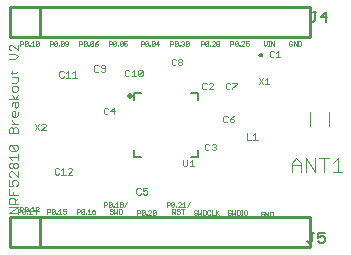
<source format=gbr>
G04 EAGLE Gerber RS-274X export*
G75*
%MOMM*%
%FSLAX34Y34*%
%LPD*%
%INSilkscreen Top*%
%IPPOS*%
%AMOC8*
5,1,8,0,0,1.08239X$1,22.5*%
G01*
%ADD10C,0.025400*%
%ADD11C,0.076200*%
%ADD12C,0.200000*%
%ADD13C,0.050800*%
%ADD14C,0.508000*%
%ADD15C,0.127000*%
%ADD16C,0.100000*%
%ADD17C,0.101600*%
%ADD18C,0.254000*%
%ADD19C,0.177800*%


D10*
X40707Y178095D02*
X40707Y181908D01*
X42614Y181908D01*
X43249Y181273D01*
X43249Y180002D01*
X42614Y179366D01*
X40707Y179366D01*
X44449Y178731D02*
X44449Y181273D01*
X45085Y181908D01*
X46356Y181908D01*
X46992Y181273D01*
X46992Y178731D01*
X46356Y178095D01*
X45085Y178095D01*
X44449Y178731D01*
X46992Y181273D01*
X48191Y178731D02*
X48191Y178095D01*
X48191Y178731D02*
X48827Y178731D01*
X48827Y178095D01*
X48191Y178095D01*
X50062Y178731D02*
X50062Y181273D01*
X50698Y181908D01*
X51969Y181908D01*
X52605Y181273D01*
X52605Y178731D01*
X51969Y178095D01*
X50698Y178095D01*
X50062Y178731D01*
X52605Y181273D01*
X53805Y178731D02*
X54440Y178095D01*
X55711Y178095D01*
X56347Y178731D01*
X56347Y181273D01*
X55711Y181908D01*
X54440Y181908D01*
X53805Y181273D01*
X53805Y180637D01*
X54440Y180002D01*
X56347Y180002D01*
X65707Y178095D02*
X65707Y181908D01*
X67614Y181908D01*
X68249Y181273D01*
X68249Y180002D01*
X67614Y179366D01*
X65707Y179366D01*
X69449Y178731D02*
X69449Y181273D01*
X70085Y181908D01*
X71356Y181908D01*
X71992Y181273D01*
X71992Y178731D01*
X71356Y178095D01*
X70085Y178095D01*
X69449Y178731D01*
X71992Y181273D01*
X73191Y178731D02*
X73191Y178095D01*
X73191Y178731D02*
X73827Y178731D01*
X73827Y178095D01*
X73191Y178095D01*
X75062Y178731D02*
X75062Y181273D01*
X75698Y181908D01*
X76969Y181908D01*
X77605Y181273D01*
X77605Y178731D01*
X76969Y178095D01*
X75698Y178095D01*
X75062Y178731D01*
X77605Y181273D01*
X80076Y181273D02*
X81347Y181908D01*
X80076Y181273D02*
X78805Y180002D01*
X78805Y178731D01*
X79440Y178095D01*
X80711Y178095D01*
X81347Y178731D01*
X81347Y179366D01*
X80711Y180002D01*
X78805Y180002D01*
X90707Y178095D02*
X90707Y181908D01*
X92614Y181908D01*
X93249Y181273D01*
X93249Y180002D01*
X92614Y179366D01*
X90707Y179366D01*
X94449Y178731D02*
X94449Y181273D01*
X95085Y181908D01*
X96356Y181908D01*
X96992Y181273D01*
X96992Y178731D01*
X96356Y178095D01*
X95085Y178095D01*
X94449Y178731D01*
X96992Y181273D01*
X98191Y178731D02*
X98191Y178095D01*
X98191Y178731D02*
X98827Y178731D01*
X98827Y178095D01*
X98191Y178095D01*
X100062Y178731D02*
X100062Y181273D01*
X100698Y181908D01*
X101969Y181908D01*
X102605Y181273D01*
X102605Y178731D01*
X101969Y178095D01*
X100698Y178095D01*
X100062Y178731D01*
X102605Y181273D01*
X103805Y181908D02*
X106347Y181908D01*
X103805Y181908D02*
X103805Y180002D01*
X105076Y180637D01*
X105711Y180637D01*
X106347Y180002D01*
X106347Y178731D01*
X105711Y178095D01*
X104440Y178095D01*
X103805Y178731D01*
X117707Y178095D02*
X117707Y181908D01*
X119614Y181908D01*
X120249Y181273D01*
X120249Y180002D01*
X119614Y179366D01*
X117707Y179366D01*
X121449Y178731D02*
X121449Y181273D01*
X122085Y181908D01*
X123356Y181908D01*
X123992Y181273D01*
X123992Y178731D01*
X123356Y178095D01*
X122085Y178095D01*
X121449Y178731D01*
X123992Y181273D01*
X125191Y178731D02*
X125191Y178095D01*
X125191Y178731D02*
X125827Y178731D01*
X125827Y178095D01*
X125191Y178095D01*
X127062Y178731D02*
X127062Y181273D01*
X127698Y181908D01*
X128969Y181908D01*
X129605Y181273D01*
X129605Y178731D01*
X128969Y178095D01*
X127698Y178095D01*
X127062Y178731D01*
X129605Y181273D01*
X132711Y181908D02*
X132711Y178095D01*
X130805Y180002D02*
X132711Y181908D01*
X133347Y180002D02*
X130805Y180002D01*
X142707Y178095D02*
X142707Y181908D01*
X144614Y181908D01*
X145249Y181273D01*
X145249Y180002D01*
X144614Y179366D01*
X142707Y179366D01*
X146449Y178731D02*
X146449Y181273D01*
X147085Y181908D01*
X148356Y181908D01*
X148992Y181273D01*
X148992Y178731D01*
X148356Y178095D01*
X147085Y178095D01*
X146449Y178731D01*
X148992Y181273D01*
X150191Y178731D02*
X150191Y178095D01*
X150191Y178731D02*
X150827Y178731D01*
X150827Y178095D01*
X150191Y178095D01*
X152062Y181273D02*
X152698Y181908D01*
X153969Y181908D01*
X154605Y181273D01*
X154605Y180637D01*
X153969Y180002D01*
X153334Y180002D01*
X153969Y180002D02*
X154605Y179366D01*
X154605Y178731D01*
X153969Y178095D01*
X152698Y178095D01*
X152062Y178731D01*
X155805Y178731D02*
X155805Y181273D01*
X156440Y181908D01*
X157711Y181908D01*
X158347Y181273D01*
X158347Y178731D01*
X157711Y178095D01*
X156440Y178095D01*
X155805Y178731D01*
X158347Y181273D01*
X168707Y181908D02*
X168707Y178095D01*
X168707Y181908D02*
X170614Y181908D01*
X171249Y181273D01*
X171249Y180002D01*
X170614Y179366D01*
X168707Y179366D01*
X172449Y178731D02*
X172449Y181273D01*
X173085Y181908D01*
X174356Y181908D01*
X174992Y181273D01*
X174992Y178731D01*
X174356Y178095D01*
X173085Y178095D01*
X172449Y178731D01*
X174992Y181273D01*
X176191Y178731D02*
X176191Y178095D01*
X176191Y178731D02*
X176827Y178731D01*
X176827Y178095D01*
X176191Y178095D01*
X178062Y178095D02*
X180605Y178095D01*
X180605Y180637D02*
X178062Y178095D01*
X180605Y180637D02*
X180605Y181273D01*
X179969Y181908D01*
X178698Y181908D01*
X178062Y181273D01*
X181805Y181273D02*
X182440Y181908D01*
X183711Y181908D01*
X184347Y181273D01*
X184347Y180637D01*
X183711Y180002D01*
X184347Y179366D01*
X184347Y178731D01*
X183711Y178095D01*
X182440Y178095D01*
X181805Y178731D01*
X181805Y179366D01*
X182440Y180002D01*
X181805Y180637D01*
X181805Y181273D01*
X182440Y180002D02*
X183711Y180002D01*
X193707Y178095D02*
X193707Y181908D01*
X195614Y181908D01*
X196249Y181273D01*
X196249Y180002D01*
X195614Y179366D01*
X193707Y179366D01*
X197449Y178731D02*
X197449Y181273D01*
X198085Y181908D01*
X199356Y181908D01*
X199992Y181273D01*
X199992Y178731D01*
X199356Y178095D01*
X198085Y178095D01*
X197449Y178731D01*
X199992Y181273D01*
X201191Y178731D02*
X201191Y178095D01*
X201191Y178731D02*
X201827Y178731D01*
X201827Y178095D01*
X201191Y178095D01*
X203062Y178095D02*
X205605Y178095D01*
X205605Y180637D02*
X203062Y178095D01*
X205605Y180637D02*
X205605Y181273D01*
X204969Y181908D01*
X203698Y181908D01*
X203062Y181273D01*
X206805Y181908D02*
X209347Y181908D01*
X206805Y181908D02*
X206805Y180002D01*
X208076Y180637D01*
X208711Y180637D01*
X209347Y180002D01*
X209347Y178731D01*
X208711Y178095D01*
X207440Y178095D01*
X206805Y178731D01*
X222138Y179366D02*
X222138Y181908D01*
X222138Y179366D02*
X223409Y178095D01*
X224680Y179366D01*
X224680Y181908D01*
X225880Y178095D02*
X227151Y178095D01*
X226515Y178095D02*
X226515Y181908D01*
X225880Y181908D02*
X227151Y181908D01*
X228374Y181908D02*
X228374Y178095D01*
X230917Y178095D02*
X228374Y181908D01*
X230917Y181908D02*
X230917Y178095D01*
X245421Y181908D02*
X246056Y181273D01*
X245421Y181908D02*
X244149Y181908D01*
X243514Y181273D01*
X243514Y178731D01*
X244149Y178095D01*
X245421Y178095D01*
X246056Y178731D01*
X246056Y180002D01*
X244785Y180002D01*
X247256Y181908D02*
X247256Y178095D01*
X249798Y178095D02*
X247256Y181908D01*
X249798Y181908D02*
X249798Y178095D01*
X250998Y178095D02*
X250998Y181908D01*
X250998Y178095D02*
X252905Y178095D01*
X253540Y178731D01*
X253540Y181273D01*
X252905Y181908D01*
X250998Y181908D01*
X221421Y37908D02*
X222056Y37273D01*
X221421Y37908D02*
X220149Y37908D01*
X219514Y37273D01*
X219514Y34731D01*
X220149Y34095D01*
X221421Y34095D01*
X222056Y34731D01*
X222056Y36002D01*
X220785Y36002D01*
X223256Y37908D02*
X223256Y34095D01*
X225798Y34095D02*
X223256Y37908D01*
X225798Y37908D02*
X225798Y34095D01*
X226998Y34095D02*
X226998Y37908D01*
X226998Y34095D02*
X228905Y34095D01*
X229540Y34731D01*
X229540Y37273D01*
X228905Y37908D01*
X226998Y37908D01*
X193938Y38273D02*
X193302Y38908D01*
X192031Y38908D01*
X191395Y38273D01*
X191395Y37637D01*
X192031Y37002D01*
X193302Y37002D01*
X193938Y36366D01*
X193938Y35731D01*
X193302Y35095D01*
X192031Y35095D01*
X191395Y35731D01*
X195138Y35095D02*
X195138Y38908D01*
X196409Y36366D02*
X195138Y35095D01*
X196409Y36366D02*
X197680Y35095D01*
X197680Y38908D01*
X198880Y38908D02*
X198880Y35095D01*
X200786Y35095D01*
X201422Y35731D01*
X201422Y38273D01*
X200786Y38908D01*
X198880Y38908D01*
X202622Y35095D02*
X203893Y35095D01*
X203257Y35095D02*
X203257Y38908D01*
X202622Y38908D02*
X203893Y38908D01*
X205752Y38908D02*
X207023Y38908D01*
X205752Y38908D02*
X205116Y38273D01*
X205116Y35731D01*
X205752Y35095D01*
X207023Y35095D01*
X207659Y35731D01*
X207659Y38273D01*
X207023Y38908D01*
X165443Y38273D02*
X164807Y38908D01*
X163536Y38908D01*
X162901Y38273D01*
X162901Y37637D01*
X163536Y37002D01*
X164807Y37002D01*
X165443Y36366D01*
X165443Y35731D01*
X164807Y35095D01*
X163536Y35095D01*
X162901Y35731D01*
X166643Y35095D02*
X166643Y38908D01*
X167914Y36366D02*
X166643Y35095D01*
X167914Y36366D02*
X169185Y35095D01*
X169185Y38908D01*
X170385Y38908D02*
X170385Y35095D01*
X172292Y35095D01*
X172927Y35731D01*
X172927Y38273D01*
X172292Y38908D01*
X170385Y38908D01*
X176034Y38908D02*
X176669Y38273D01*
X176034Y38908D02*
X174762Y38908D01*
X174127Y38273D01*
X174127Y35731D01*
X174762Y35095D01*
X176034Y35095D01*
X176669Y35731D01*
X177869Y35095D02*
X177869Y38908D01*
X177869Y35095D02*
X180411Y35095D01*
X181611Y35095D02*
X181611Y38908D01*
X181611Y36366D02*
X184153Y38908D01*
X182247Y37002D02*
X184153Y35095D01*
X139836Y42143D02*
X139836Y45956D01*
X141743Y45956D01*
X142378Y45321D01*
X142378Y44050D01*
X141743Y43414D01*
X139836Y43414D01*
X143578Y42779D02*
X143578Y45321D01*
X144214Y45956D01*
X145485Y45956D01*
X146121Y45321D01*
X146121Y42779D01*
X145485Y42143D01*
X144214Y42143D01*
X143578Y42779D01*
X146121Y45321D01*
X147320Y42779D02*
X147320Y42143D01*
X147320Y42779D02*
X147956Y42779D01*
X147956Y42143D01*
X147320Y42143D01*
X149191Y42143D02*
X151734Y42143D01*
X151734Y44685D02*
X149191Y42143D01*
X151734Y44685D02*
X151734Y45321D01*
X151098Y45956D01*
X149827Y45956D01*
X149191Y45321D01*
X152934Y44685D02*
X154205Y45956D01*
X154205Y42143D01*
X152934Y42143D02*
X155476Y42143D01*
X156676Y42143D02*
X159218Y45956D01*
X144514Y39860D02*
X144514Y36047D01*
X144514Y39860D02*
X146421Y39860D01*
X147056Y39225D01*
X147056Y37954D01*
X146421Y37318D01*
X144514Y37318D01*
X145785Y37318D02*
X147056Y36047D01*
X150798Y39225D02*
X150163Y39860D01*
X148891Y39860D01*
X148256Y39225D01*
X148256Y38589D01*
X148891Y37954D01*
X150163Y37954D01*
X150798Y37318D01*
X150798Y36683D01*
X150163Y36047D01*
X148891Y36047D01*
X148256Y36683D01*
X153269Y36047D02*
X153269Y39860D01*
X151998Y39860D02*
X154540Y39860D01*
X86836Y42143D02*
X86836Y45956D01*
X88743Y45956D01*
X89378Y45321D01*
X89378Y44050D01*
X88743Y43414D01*
X86836Y43414D01*
X90578Y42779D02*
X90578Y45321D01*
X91214Y45956D01*
X92485Y45956D01*
X93121Y45321D01*
X93121Y42779D01*
X92485Y42143D01*
X91214Y42143D01*
X90578Y42779D01*
X93121Y45321D01*
X94320Y42779D02*
X94320Y42143D01*
X94320Y42779D02*
X94956Y42779D01*
X94956Y42143D01*
X94320Y42143D01*
X96191Y44685D02*
X97463Y45956D01*
X97463Y42143D01*
X98734Y42143D02*
X96191Y42143D01*
X99934Y45321D02*
X100569Y45956D01*
X101840Y45956D01*
X102476Y45321D01*
X102476Y44685D01*
X101840Y44050D01*
X102476Y43414D01*
X102476Y42779D01*
X101840Y42143D01*
X100569Y42143D01*
X99934Y42779D01*
X99934Y43414D01*
X100569Y44050D01*
X99934Y44685D01*
X99934Y45321D01*
X100569Y44050D02*
X101840Y44050D01*
X103676Y42143D02*
X106218Y45956D01*
X94056Y39225D02*
X93421Y39860D01*
X92149Y39860D01*
X91514Y39225D01*
X91514Y38589D01*
X92149Y37954D01*
X93421Y37954D01*
X94056Y37318D01*
X94056Y36683D01*
X93421Y36047D01*
X92149Y36047D01*
X91514Y36683D01*
X95256Y36047D02*
X95256Y39860D01*
X96527Y37318D02*
X95256Y36047D01*
X96527Y37318D02*
X97798Y36047D01*
X97798Y39860D01*
X99634Y39860D02*
X100905Y39860D01*
X99634Y39860D02*
X98998Y39225D01*
X98998Y36683D01*
X99634Y36047D01*
X100905Y36047D01*
X101540Y36683D01*
X101540Y39225D01*
X100905Y39860D01*
X114707Y38908D02*
X114707Y35095D01*
X114707Y38908D02*
X116614Y38908D01*
X117249Y38273D01*
X117249Y37002D01*
X116614Y36366D01*
X114707Y36366D01*
X118449Y35731D02*
X118449Y38273D01*
X119085Y38908D01*
X120356Y38908D01*
X120992Y38273D01*
X120992Y35731D01*
X120356Y35095D01*
X119085Y35095D01*
X118449Y35731D01*
X120992Y38273D01*
X122191Y35731D02*
X122191Y35095D01*
X122191Y35731D02*
X122827Y35731D01*
X122827Y35095D01*
X122191Y35095D01*
X124062Y35095D02*
X126605Y35095D01*
X126605Y37637D02*
X124062Y35095D01*
X126605Y37637D02*
X126605Y38273D01*
X125969Y38908D01*
X124698Y38908D01*
X124062Y38273D01*
X127805Y38273D02*
X127805Y35731D01*
X127805Y38273D02*
X128440Y38908D01*
X129711Y38908D01*
X130347Y38273D01*
X130347Y35731D01*
X129711Y35095D01*
X128440Y35095D01*
X127805Y35731D01*
X130347Y38273D01*
X63707Y39908D02*
X63707Y36095D01*
X63707Y39908D02*
X65614Y39908D01*
X66249Y39273D01*
X66249Y38002D01*
X65614Y37366D01*
X63707Y37366D01*
X67449Y36731D02*
X67449Y39273D01*
X68085Y39908D01*
X69356Y39908D01*
X69992Y39273D01*
X69992Y36731D01*
X69356Y36095D01*
X68085Y36095D01*
X67449Y36731D01*
X69992Y39273D01*
X71191Y36731D02*
X71191Y36095D01*
X71191Y36731D02*
X71827Y36731D01*
X71827Y36095D01*
X71191Y36095D01*
X73062Y38637D02*
X74334Y39908D01*
X74334Y36095D01*
X75605Y36095D02*
X73062Y36095D01*
X78076Y39273D02*
X79347Y39908D01*
X78076Y39273D02*
X76805Y38002D01*
X76805Y36731D01*
X77440Y36095D01*
X78711Y36095D01*
X79347Y36731D01*
X79347Y37366D01*
X78711Y38002D01*
X76805Y38002D01*
X38707Y36095D02*
X38707Y39908D01*
X40614Y39908D01*
X41249Y39273D01*
X41249Y38002D01*
X40614Y37366D01*
X38707Y37366D01*
X42449Y36731D02*
X42449Y39273D01*
X43085Y39908D01*
X44356Y39908D01*
X44992Y39273D01*
X44992Y36731D01*
X44356Y36095D01*
X43085Y36095D01*
X42449Y36731D01*
X44992Y39273D01*
X46191Y36731D02*
X46191Y36095D01*
X46191Y36731D02*
X46827Y36731D01*
X46827Y36095D01*
X46191Y36095D01*
X48062Y38637D02*
X49334Y39908D01*
X49334Y36095D01*
X50605Y36095D02*
X48062Y36095D01*
X51805Y39908D02*
X54347Y39908D01*
X51805Y39908D02*
X51805Y38002D01*
X53076Y38637D01*
X53711Y38637D01*
X54347Y38002D01*
X54347Y36731D01*
X53711Y36095D01*
X52440Y36095D01*
X51805Y36731D01*
X13707Y36095D02*
X13707Y39908D01*
X15614Y39908D01*
X16249Y39273D01*
X16249Y38002D01*
X15614Y37366D01*
X13707Y37366D01*
X17449Y36731D02*
X17449Y39273D01*
X18085Y39908D01*
X19356Y39908D01*
X19992Y39273D01*
X19992Y36731D01*
X19356Y36095D01*
X18085Y36095D01*
X17449Y36731D01*
X19992Y39273D01*
X21191Y36731D02*
X21191Y36095D01*
X21191Y36731D02*
X21827Y36731D01*
X21827Y36095D01*
X21191Y36095D01*
X23062Y38637D02*
X24334Y39908D01*
X24334Y36095D01*
X25605Y36095D02*
X23062Y36095D01*
X28711Y36095D02*
X28711Y39908D01*
X26805Y38002D01*
X29347Y38002D01*
X15707Y38095D02*
X15707Y41908D01*
X17614Y41908D01*
X18249Y41273D01*
X18249Y40002D01*
X17614Y39366D01*
X15707Y39366D01*
X19449Y38731D02*
X19449Y41273D01*
X20085Y41908D01*
X21356Y41908D01*
X21992Y41273D01*
X21992Y38731D01*
X21356Y38095D01*
X20085Y38095D01*
X19449Y38731D01*
X21992Y41273D01*
X23191Y38731D02*
X23191Y38095D01*
X23191Y38731D02*
X23827Y38731D01*
X23827Y38095D01*
X23191Y38095D01*
X25062Y40637D02*
X26334Y41908D01*
X26334Y38095D01*
X27605Y38095D02*
X25062Y38095D01*
X28805Y38095D02*
X31347Y38095D01*
X28805Y38095D02*
X31347Y40637D01*
X31347Y41273D01*
X30711Y41908D01*
X29440Y41908D01*
X28805Y41273D01*
X15707Y178095D02*
X15707Y181908D01*
X17614Y181908D01*
X18249Y181273D01*
X18249Y180002D01*
X17614Y179366D01*
X15707Y179366D01*
X19449Y178731D02*
X19449Y181273D01*
X20085Y181908D01*
X21356Y181908D01*
X21992Y181273D01*
X21992Y178731D01*
X21356Y178095D01*
X20085Y178095D01*
X19449Y178731D01*
X21992Y181273D01*
X23191Y178731D02*
X23191Y178095D01*
X23191Y178731D02*
X23827Y178731D01*
X23827Y178095D01*
X23191Y178095D01*
X25062Y180637D02*
X26334Y181908D01*
X26334Y178095D01*
X27605Y178095D02*
X25062Y178095D01*
X28805Y178731D02*
X28805Y181273D01*
X29440Y181908D01*
X30711Y181908D01*
X31347Y181273D01*
X31347Y178731D01*
X30711Y178095D01*
X29440Y178095D01*
X28805Y178731D01*
X31347Y181273D01*
D11*
X13683Y37034D02*
X6311Y37034D01*
X13683Y41949D01*
X6311Y41949D01*
X6311Y44518D02*
X13683Y44518D01*
X6311Y44518D02*
X6311Y48204D01*
X7539Y49433D01*
X9997Y49433D01*
X11226Y48204D01*
X11226Y44518D01*
X11226Y46976D02*
X13683Y49433D01*
X13683Y52002D02*
X6311Y52002D01*
X6311Y56917D01*
X9997Y54460D02*
X9997Y52002D01*
X6311Y59487D02*
X6311Y64401D01*
X6311Y59487D02*
X9997Y59487D01*
X8768Y61944D01*
X8768Y63173D01*
X9997Y64401D01*
X12454Y64401D01*
X13683Y63173D01*
X13683Y60715D01*
X12454Y59487D01*
X13683Y66971D02*
X13683Y71886D01*
X13683Y66971D02*
X8768Y71886D01*
X7539Y71886D01*
X6311Y70657D01*
X6311Y68199D01*
X7539Y66971D01*
X7539Y74455D02*
X6311Y75684D01*
X6311Y78141D01*
X7539Y79370D01*
X8768Y79370D01*
X9997Y78141D01*
X11226Y79370D01*
X12454Y79370D01*
X13683Y78141D01*
X13683Y75684D01*
X12454Y74455D01*
X11226Y74455D01*
X9997Y75684D01*
X8768Y74455D01*
X7539Y74455D01*
X9997Y75684D02*
X9997Y78141D01*
X8768Y81939D02*
X6311Y84397D01*
X13683Y84397D01*
X13683Y86854D02*
X13683Y81939D01*
X12454Y89423D02*
X7539Y89423D01*
X6311Y90652D01*
X6311Y93109D01*
X7539Y94338D01*
X12454Y94338D01*
X13683Y93109D01*
X13683Y90652D01*
X12454Y89423D01*
X7539Y94338D01*
X6311Y104392D02*
X13683Y104392D01*
X6311Y104392D02*
X6311Y108078D01*
X7539Y109306D01*
X8768Y109306D01*
X9997Y108078D01*
X11226Y109306D01*
X12454Y109306D01*
X13683Y108078D01*
X13683Y104392D01*
X9997Y104392D02*
X9997Y108078D01*
X8768Y111876D02*
X13683Y111876D01*
X11226Y111876D02*
X8768Y114333D01*
X8768Y115562D01*
X13683Y119341D02*
X13683Y121799D01*
X13683Y119341D02*
X12454Y118113D01*
X9997Y118113D01*
X8768Y119341D01*
X8768Y121799D01*
X9997Y123027D01*
X11226Y123027D01*
X11226Y118113D01*
X8768Y126825D02*
X8768Y129283D01*
X9997Y130512D01*
X13683Y130512D01*
X13683Y126825D01*
X12454Y125597D01*
X11226Y126825D01*
X11226Y130512D01*
X13683Y133081D02*
X6311Y133081D01*
X11226Y133081D02*
X13683Y136767D01*
X11226Y133081D02*
X8768Y136767D01*
X13683Y140546D02*
X13683Y143004D01*
X12454Y144232D01*
X9997Y144232D01*
X8768Y143004D01*
X8768Y140546D01*
X9997Y139318D01*
X12454Y139318D01*
X13683Y140546D01*
X12454Y146802D02*
X8768Y146802D01*
X12454Y146802D02*
X13683Y148030D01*
X13683Y151717D01*
X8768Y151717D01*
X7539Y155515D02*
X12454Y155515D01*
X13683Y156743D01*
X8768Y156743D02*
X8768Y154286D01*
X6311Y166760D02*
X11226Y166760D01*
X13683Y169217D01*
X11226Y171674D01*
X6311Y171674D01*
X13683Y174244D02*
X13683Y179159D01*
X13683Y174244D02*
X8768Y179159D01*
X7539Y179159D01*
X6311Y177930D01*
X6311Y175472D01*
X7539Y174244D01*
D12*
X218293Y170320D02*
X218295Y170383D01*
X218301Y170445D01*
X218311Y170507D01*
X218324Y170569D01*
X218342Y170629D01*
X218363Y170688D01*
X218388Y170746D01*
X218417Y170802D01*
X218449Y170856D01*
X218484Y170908D01*
X218522Y170957D01*
X218564Y171005D01*
X218608Y171049D01*
X218656Y171091D01*
X218705Y171129D01*
X218757Y171164D01*
X218811Y171196D01*
X218867Y171225D01*
X218925Y171250D01*
X218984Y171271D01*
X219044Y171289D01*
X219106Y171302D01*
X219168Y171312D01*
X219230Y171318D01*
X219293Y171320D01*
X219356Y171318D01*
X219418Y171312D01*
X219480Y171302D01*
X219542Y171289D01*
X219602Y171271D01*
X219661Y171250D01*
X219719Y171225D01*
X219775Y171196D01*
X219829Y171164D01*
X219881Y171129D01*
X219930Y171091D01*
X219978Y171049D01*
X220022Y171005D01*
X220064Y170957D01*
X220102Y170908D01*
X220137Y170856D01*
X220169Y170802D01*
X220198Y170746D01*
X220223Y170688D01*
X220244Y170629D01*
X220262Y170569D01*
X220275Y170507D01*
X220285Y170445D01*
X220291Y170383D01*
X220293Y170320D01*
X220291Y170257D01*
X220285Y170195D01*
X220275Y170133D01*
X220262Y170071D01*
X220244Y170011D01*
X220223Y169952D01*
X220198Y169894D01*
X220169Y169838D01*
X220137Y169784D01*
X220102Y169732D01*
X220064Y169683D01*
X220022Y169635D01*
X219978Y169591D01*
X219930Y169549D01*
X219881Y169511D01*
X219829Y169476D01*
X219775Y169444D01*
X219719Y169415D01*
X219661Y169390D01*
X219602Y169369D01*
X219542Y169351D01*
X219480Y169338D01*
X219418Y169328D01*
X219356Y169322D01*
X219293Y169320D01*
X219230Y169322D01*
X219168Y169328D01*
X219106Y169338D01*
X219044Y169351D01*
X218984Y169369D01*
X218925Y169390D01*
X218867Y169415D01*
X218811Y169444D01*
X218757Y169476D01*
X218705Y169511D01*
X218656Y169549D01*
X218608Y169591D01*
X218564Y169635D01*
X218522Y169683D01*
X218484Y169732D01*
X218449Y169784D01*
X218417Y169838D01*
X218388Y169894D01*
X218363Y169952D01*
X218342Y170011D01*
X218324Y170071D01*
X218311Y170133D01*
X218301Y170195D01*
X218295Y170257D01*
X218293Y170320D01*
D13*
X217547Y151071D02*
X221211Y145574D01*
X217547Y145574D02*
X221211Y151071D01*
X223072Y149238D02*
X224904Y151071D01*
X224904Y145574D01*
X223072Y145574D02*
X226736Y145574D01*
X207547Y104321D02*
X207547Y98824D01*
X211211Y98824D01*
X213072Y102488D02*
X214904Y104321D01*
X214904Y98824D01*
X213072Y98824D02*
X216736Y98824D01*
X173549Y146128D02*
X172633Y147044D01*
X170801Y147044D01*
X169885Y146128D01*
X169885Y142463D01*
X170801Y141547D01*
X172633Y141547D01*
X173549Y142463D01*
X175409Y141547D02*
X179074Y141547D01*
X179074Y145211D02*
X175409Y141547D01*
X179074Y145211D02*
X179074Y146128D01*
X178158Y147044D01*
X176325Y147044D01*
X175409Y146128D01*
X229633Y174044D02*
X230549Y173128D01*
X229633Y174044D02*
X227801Y174044D01*
X226885Y173128D01*
X226885Y169463D01*
X227801Y168547D01*
X229633Y168547D01*
X230549Y169463D01*
X232409Y172211D02*
X234242Y174044D01*
X234242Y168547D01*
X236074Y168547D02*
X232409Y168547D01*
X175072Y95458D02*
X175988Y94542D01*
X175072Y95458D02*
X173240Y95458D01*
X172324Y94542D01*
X172324Y90877D01*
X173240Y89961D01*
X175072Y89961D01*
X175988Y90877D01*
X177849Y94542D02*
X178765Y95458D01*
X180597Y95458D01*
X181513Y94542D01*
X181513Y93626D01*
X180597Y92709D01*
X179681Y92709D01*
X180597Y92709D02*
X181513Y91793D01*
X181513Y90877D01*
X180597Y89961D01*
X178765Y89961D01*
X177849Y90877D01*
X90211Y124905D02*
X89295Y125821D01*
X87463Y125821D01*
X86547Y124905D01*
X86547Y121240D01*
X87463Y120324D01*
X89295Y120324D01*
X90211Y121240D01*
X94820Y120324D02*
X94820Y125821D01*
X92072Y123072D01*
X95736Y123072D01*
X116932Y57794D02*
X117848Y56877D01*
X116932Y57794D02*
X115100Y57794D01*
X114184Y56877D01*
X114184Y53213D01*
X115100Y52297D01*
X116932Y52297D01*
X117848Y53213D01*
X119709Y57794D02*
X123373Y57794D01*
X119709Y57794D02*
X119709Y55045D01*
X121541Y55961D01*
X122457Y55961D01*
X123373Y55045D01*
X123373Y53213D01*
X122457Y52297D01*
X120625Y52297D01*
X119709Y53213D01*
X147549Y166128D02*
X146633Y167044D01*
X144801Y167044D01*
X143885Y166128D01*
X143885Y162463D01*
X144801Y161547D01*
X146633Y161547D01*
X147549Y162463D01*
X149409Y166128D02*
X150325Y167044D01*
X152158Y167044D01*
X153074Y166128D01*
X153074Y165211D01*
X152158Y164295D01*
X153074Y163379D01*
X153074Y162463D01*
X152158Y161547D01*
X150325Y161547D01*
X149409Y162463D01*
X149409Y163379D01*
X150325Y164295D01*
X149409Y165211D01*
X149409Y166128D01*
X150325Y164295D02*
X152158Y164295D01*
X190545Y118821D02*
X191461Y117905D01*
X190545Y118821D02*
X188713Y118821D01*
X187797Y117905D01*
X187797Y114240D01*
X188713Y113324D01*
X190545Y113324D01*
X191461Y114240D01*
X195154Y117905D02*
X196986Y118821D01*
X195154Y117905D02*
X193322Y116072D01*
X193322Y114240D01*
X194238Y113324D01*
X196070Y113324D01*
X196986Y114240D01*
X196986Y115156D01*
X196070Y116072D01*
X193322Y116072D01*
X193461Y146155D02*
X192545Y147071D01*
X190713Y147071D01*
X189797Y146155D01*
X189797Y142490D01*
X190713Y141574D01*
X192545Y141574D01*
X193461Y142490D01*
X195322Y147071D02*
X198986Y147071D01*
X198986Y146155D01*
X195322Y142490D01*
X195322Y141574D01*
X82162Y160905D02*
X81246Y161821D01*
X79414Y161821D01*
X78498Y160905D01*
X78498Y157240D01*
X79414Y156324D01*
X81246Y156324D01*
X82162Y157240D01*
X84022Y157240D02*
X84938Y156324D01*
X86771Y156324D01*
X87687Y157240D01*
X87687Y160905D01*
X86771Y161821D01*
X84938Y161821D01*
X84022Y160905D01*
X84022Y159988D01*
X84938Y159072D01*
X87687Y159072D01*
X107358Y158044D02*
X108274Y157128D01*
X107358Y158044D02*
X105526Y158044D01*
X104610Y157128D01*
X104610Y153463D01*
X105526Y152547D01*
X107358Y152547D01*
X108274Y153463D01*
X110135Y156211D02*
X111967Y158044D01*
X111967Y152547D01*
X110135Y152547D02*
X113799Y152547D01*
X115659Y153463D02*
X115659Y157128D01*
X116575Y158044D01*
X118408Y158044D01*
X119324Y157128D01*
X119324Y153463D01*
X118408Y152547D01*
X116575Y152547D01*
X115659Y153463D01*
X119324Y157128D01*
X31799Y106547D02*
X28135Y112044D01*
X31799Y112044D02*
X28135Y106547D01*
X33659Y106547D02*
X37324Y106547D01*
X37324Y110211D02*
X33659Y106547D01*
X37324Y110211D02*
X37324Y111128D01*
X36408Y112044D01*
X34575Y112044D01*
X33659Y111128D01*
X52637Y155905D02*
X51721Y156821D01*
X49889Y156821D01*
X48973Y155905D01*
X48973Y152240D01*
X49889Y151324D01*
X51721Y151324D01*
X52637Y152240D01*
X54498Y154988D02*
X56330Y156821D01*
X56330Y151324D01*
X54498Y151324D02*
X58162Y151324D01*
X60022Y154988D02*
X61854Y156821D01*
X61854Y151324D01*
X60022Y151324D02*
X63687Y151324D01*
X47709Y74681D02*
X48626Y73765D01*
X47709Y74681D02*
X45877Y74681D01*
X44961Y73765D01*
X44961Y70100D01*
X45877Y69184D01*
X47709Y69184D01*
X48626Y70100D01*
X50486Y72849D02*
X52318Y74681D01*
X52318Y69184D01*
X50486Y69184D02*
X54150Y69184D01*
X56011Y69184D02*
X59675Y69184D01*
X56011Y69184D02*
X59675Y72849D01*
X59675Y73765D01*
X58759Y74681D01*
X56927Y74681D01*
X56011Y73765D01*
D14*
X108293Y136070D03*
D15*
X112293Y90070D02*
X112293Y84070D01*
X118293Y84070D01*
X160293Y84070D02*
X166293Y84070D01*
X166293Y90070D01*
X166293Y132070D02*
X166293Y138070D01*
X160293Y138070D01*
X118293Y138070D02*
X112293Y138070D01*
X112293Y132070D01*
D11*
X153674Y81693D02*
X153674Y77325D01*
X154548Y76451D01*
X156295Y76451D01*
X157169Y77325D01*
X157169Y81693D01*
X159199Y79946D02*
X160946Y81693D01*
X160946Y76451D01*
X159199Y76451D02*
X162694Y76451D01*
D16*
X277427Y110439D02*
X277427Y122439D01*
X261427Y122439D02*
X261427Y110439D01*
D17*
X245681Y79381D02*
X245681Y71585D01*
X245681Y79381D02*
X249579Y83279D01*
X253477Y79381D01*
X253477Y71585D01*
X253477Y77432D02*
X245681Y77432D01*
X257375Y71585D02*
X257375Y83279D01*
X265171Y71585D01*
X265171Y83279D01*
X272967Y83279D02*
X272967Y71585D01*
X269069Y83279D02*
X276865Y83279D01*
X280763Y79381D02*
X284661Y83279D01*
X284661Y71585D01*
X280763Y71585D02*
X288559Y71585D01*
D18*
X261000Y185300D02*
X261000Y210700D01*
X32400Y210700D01*
X7000Y210700D01*
X7000Y185300D01*
X32400Y185300D01*
X261000Y185300D01*
X32400Y185300D02*
X32400Y210700D01*
D19*
X260879Y199777D02*
X262277Y198379D01*
X263675Y198379D01*
X265073Y199777D01*
X265073Y206768D01*
X263675Y206768D02*
X266471Y206768D01*
X274428Y206768D02*
X274428Y198379D01*
X270234Y202574D02*
X274428Y206768D01*
X275827Y202574D02*
X270234Y202574D01*
D18*
X261070Y32910D02*
X261070Y7510D01*
X261070Y32910D02*
X32470Y32910D01*
X7070Y32910D01*
X7070Y7510D01*
X32470Y7510D01*
X261070Y7510D01*
X32470Y7510D02*
X32470Y32910D01*
D19*
X258669Y12847D02*
X260067Y11449D01*
X261465Y11449D01*
X262863Y12847D01*
X262863Y19838D01*
X261465Y19838D02*
X264261Y19838D01*
X268024Y19838D02*
X273617Y19838D01*
X268024Y19838D02*
X268024Y15644D01*
X270820Y17042D01*
X272218Y17042D01*
X273617Y15644D01*
X273617Y12847D01*
X272218Y11449D01*
X269422Y11449D01*
X268024Y12847D01*
M02*

</source>
